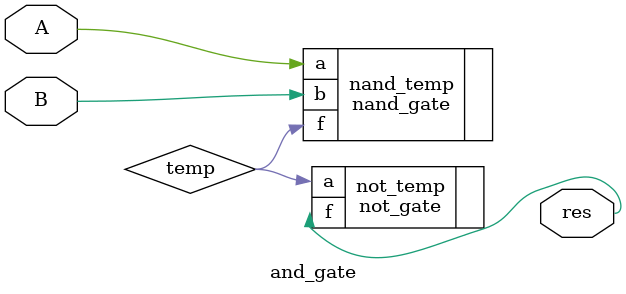
<source format=v>
`include "nand.v"
`include "not.v"
module and_gate(input A, input B, output res);

	wire temp;
	nand_gate nand_temp(
		.a(A),
		.b(B),
		.f(temp)
	);
	not_gate not_temp(
		.a(temp),
		.f(res)
	);

endmodule
</source>
